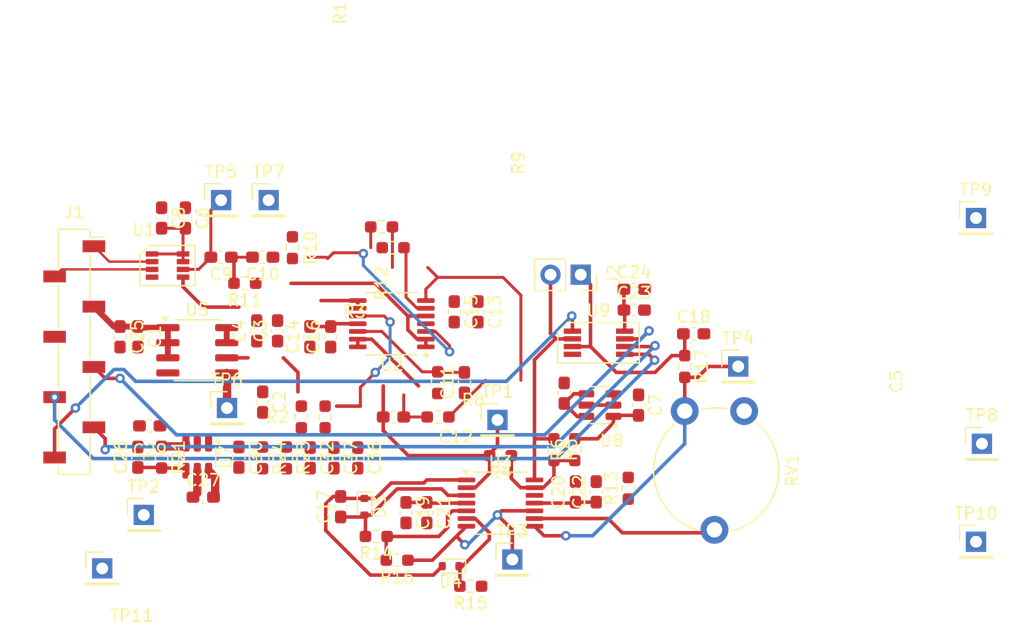
<source format=kicad_pcb>
(kicad_pcb (version 20241229) (generator "pcbnew") (generator_version "9.0")
  (layers (0 "F.Cu" signal) (4 "In1.Cu" signal) (6 "In2.Cu" signal) (2 "B.Cu" signal) (13 "F.Paste" user) (15 "B.Paste" user) (5 "F.SilkS" user "F.Silkscreen") (7 "B.SilkS" user "B.Silkscreen") (1 "F.Mask" user) (3 "B.Mask" user) (25 "Edge.Cuts" user))
  (net 0 "")
  (net 1 "Earth")
  (net 2 "Net-(U5-Cdelay)")
  (net 3 "+3.3V")
  (net 4 "Net-(C10-Pad2)")
  (net 5 "Net-(C9-Pad2)")
  (net 6 "Net-(U8-OUT)")
  (net 7 "Net-(U2A-+)")
  (net 8 "Net-(U2D-+)")
  (net 9 "Net-(C12-Pad1)")
  (net 10 "/EMG_FrontEnd/LP_OUT")
  (net 11 "-3V3")
  (net 12 "Net-(D3-A)")
  (net 13 "/Power/Vin+")
  (net 14 "Net-(D3-K)")
  (net 15 "/EMG_ADC/AdcCh1")
  (net 16 "Net-(U7-EN)")
  (net 17 "Net-(U7-C1+)")
  (net 18 "Net-(U7-C1-)")
  (net 19 "Net-(D4-K)")
  (net 20 "/SPI_CLK")
  (net 21 "/SPI_CS")
  (net 22 "/SPI_DOUT")
  (net 23 "/EMG_FrontEnd/Electrode-")
  (net 24 "/EMG_FrontEnd/Electrode+")
  (net 25 "/SPI_DIN")
  (net 26 "/EMG_ADC/AdcCh0")
  (net 27 "Net-(U2B--)")
  (net 28 "Net-(R1-Pad2)")
  (net 29 "Net-(U2C-+)")
  (net 30 "Net-(U3D--)")
  (net 31 "Net-(U2A--)")
  (net 32 "Net-(U3C--)")
  (net 33 "Net-(U3B-+)")
  (net 34 "Net-(U3C-+)")
  (net 35 "Net-(U5-PWRGD)")
  (net 36 "Net-(U1-Ref)")
  (net 38 "Net-(R17-Pad2)")
  (footprint "Package_SO:TSSOP-14_4.4x5mm_P0.65mm" (layer "F.Cu") (at 135.5 110.5)
    (property "Reference" "U3")
    (property "Value" "ADA4807-4ARUZ")
  )
  (footprint "Capacitor_SMD:C_0603_1608Metric_Pad1.08x0.95mm_HandSolder" (layer "F.Cu") (at 115 96 90)
    (property "Reference" "C4")
    (property "Value" "1uF")
  )
  (footprint "Resistor_SMD:R_0603_1608Metric_Pad0.98x0.95mm_HandSolder" (layer "F.Cu") (at 126.80625 115.30625 180)
    (property "Reference" "R16")
    (property "Value" "1K")
  )
  (footprint "Capacitor_SMD:C_0603_1608Metric_Pad1.08x0.95mm_HandSolder" (layer "F.Cu") (at 131.6125 94.4 -90)
    (property "Reference" "C15")
    (property "Value" "0.1uF")
  )
  (footprint "Capacitor_SMD:C_0603_1608Metric_Pad1.08x0.95mm_HandSolder" (layer "F.Cu") (at 105 106.6375 90)
    (property "Reference" "C26")
    (property "Value" "2.2uF")
  )
  (footprint "Capacitor_SMD:C_0603_1608Metric_Pad1.08x0.95mm_HandSolder" (layer "F.Cu") (at 106 104 180)
    (property "Reference" "C29")
    (property "Value" "2.2uF")
  )
  (footprint "Diode_SMD:D_SOD-523" (layer "F.Cu") (at 131.30625 115.80625 180)
    (property "Reference" "D4")
    (property "Value" "1N4148WT")
  )
  (footprint "Connector_PinHeader_2.54mm:PinHeader_1x01_P2.54mm_Vertical" (layer "F.Cu") (at 112.5 102.5)
    (property "Reference" "TP6")
    (property "Value" "TestPoint")
  )
  (footprint "Capacitor_SMD:C_0603_1608Metric_Pad1.08x0.95mm_HandSolder" (layer "F.Cu") (at 113.5 106.6375 -90)
    (property "Reference" "C30")
    (property "Value" "2.2uF")
  )
  (footprint "Resistor_SMD:R_0603_1608Metric_Pad0.98x0.95mm_HandSolder" (layer "F.Cu") (at 107 106.6375 -90)
    (property "Reference" "R21")
    (property "Value" "10K")
  )
  (footprint "Wills_FootprintLibrary:SOT-23-THIN" (layer "F.Cu") (at 107.5 90.5)
    (property "Reference" "U1")
    (property "Value" "INA350")
  )
  (footprint "Package_SO:TSSOP-14_4.4x5mm_P0.65mm" (layer "F.Cu") (at 126.3625 95.4 180)
    (property "Reference" "U2")
    (property "Value" "ADA4807-4ARUZ")
  )
  (footprint "Resistor_SMD:R_0603_1608Metric_Pad0.98x0.95mm_HandSolder" (layer "F.Cu") (at 114 92 180)
    (property "Reference" "R11")
    (property "Value" "11k")
  )
  (footprint "Capacitor_SMD:C_0603_1608Metric_Pad1.08x0.95mm_HandSolder" (layer "F.Cu") (at 119.5 106.69375 -90)
    (property "Reference" "C32")
    (property "Value" "33u")
  )
  (footprint "Resistor_SMD:R_0603_1608Metric_Pad0.98x0.95mm_HandSolder" (layer "F.Cu") (at 135.5 106.5 180)
    (property "Reference" "R4")
    (property "Value" "10k")
  )
  (footprint "Diode_SMD:D_SOD-523" (layer "F.Cu") (at 124.05625 110.80625 -90)
    (property "Reference" "D3")
    (property "Value" "1N4148WT")
  )
  (footprint "Connector_PinHeader_2.54mm:PinHeader_1x01_P2.54mm_Vertical" (layer "F.Cu") (at 136.5 115.25)
    (property "Reference" "TP3")
    (property "Value" "TestPoint")
  )
  (footprint "Capacitor_SMD:C_0603_1608Metric_Pad1.08x0.95mm_HandSolder" (layer "F.Cu") (at 103.5 96.5 -90)
    (property "Reference" "C25")
    (property "Value" "1uF")
  )
  (footprint "Connector_PinHeader_2.54mm:PinHeader_1x01_P2.54mm_Vertical" (layer "F.Cu") (at 135.25 103.5)
    (property "Reference" "TP1")
    (property "Value" "TestPoint")
  )
  (footprint "Resistor_SMD:R_0603_1608Metric_Pad0.98x0.95mm_HandSolder" (layer "F.Cu") (at 146.25 109.25 90)
    (property "Reference" "R13")
    (property "Value" "1K")
  )
  (footprint "Connector_PinHeader_2.54mm:PinHeader_1x01_P2.54mm_Vertical" (layer "F.Cu") (at 105.5 111.5)
    (property "Reference" "TP2")
    (property "Value" "TestPoint")
  )
  (footprint "Resistor_SMD:R_0603_1608Metric_Pad0.98x0.95mm_HandSolder" (layer "F.Cu") (at 151 99 -90)
    (property "Reference" "R17")
    (property "Value" "72.5K")
  )
  (footprint "Capacitor_SMD:C_0603_1608Metric_Pad1.08x0.95mm_HandSolder" (layer "F.Cu") (at 151.75 96.25)
    (property "Reference" "C18")
    (property "Value" "2.2uF")
  )
  (footprint "Capacitor_SMD:C_0603_1608Metric_Pad1.08x0.95mm_HandSolder" (layer "F.Cu") (at 115.5 89.8 180)
    (property "Reference" "C10")
    (property "Value" "1u")
  )
  (footprint "Connector_PinSocket_2.54mm:PinSocket_1x02_P2.54mm_Vertical" (layer "F.Cu") (at 142.25 91.275 -90)
    (property "Reference" "J2")
    (property "Value" "2.54 mm header")
  )
  (footprint "Connector_PinHeader_2.54mm:PinHeader_1x01_P2.54mm_Vertical" (layer "F.Cu") (at 175.5 113.75)
    (property "Reference" "TP10")
    (property "Value" "TestPoint")
  )
  (footprint "Connector_PinSocket_2.54mm:PinSocket_1x08_P2.54mm_Vertical_SMD_Pin1Right" (layer "F.Cu") (at 99.65 97.77)
    (property "Reference" "J1")
    (property "Value" "Conn_01x08_Pin")
  )
  (footprint "Capacitor_SMD:C_0603_1608Metric_Pad1.08x0.95mm_HandSolder" (layer "F.Cu") (at 115.5 102 -90)
    (property "Reference" "C2")
    (property "Value" "1 nF")
  )
  (footprint "Resistor_SMD:R_0603_1608Metric_Pad0.98x0.95mm_HandSolder" (layer "F.Cu") (at 125.5 87.25)
    (property "Reference" "R1")
    (property "Value" "190k")
  )
  (footprint "Capacitor_SMD:C_0603_1608Metric_Pad1.08x0.95mm_HandSolder" (layer "F.Cu") (at 132.46875 100.3625 90)
    (property "Reference" "C11")
    (property "Value" "0.0047u")
  )
  (footprint "Capacitor_SMD:C_0603_1608Metric_Pad1.08x0.95mm_HandSolder" (layer "F.Cu") (at 121.21875 96.5 90)
    (property "Reference" "C16")
    (property "Value" "0.1uF")
  )
  (footprint "Resistor_SMD:R_0603_1608Metric_Pad0.98x0.95mm_HandSolder" (layer "F.Cu") (at 120.75 103.25 -90)
    (property "Reference" "R3")
    (property "Value" "2k")
  )
  (footprint "Capacitor_SMD:C_0603_1608Metric_Pad1.08x0.95mm_HandSolder" (layer "F.Cu") (at 143.55625 109.55625 90)
    (property "Reference" "C22")
    (property "Value" "0.1uF")
  )
  (footprint "Capacitor_SMD:C_0603_1608Metric_Pad1.08x0.95mm_HandSolder" (layer "F.Cu") (at 146.75 94.25)
    (property "Reference" "C23")
    (property "Value" "4.7uF")
  )
  (footprint "Resistor_SMD:R_0603_1608Metric_Pad0.98x0.95mm_HandSolder" (layer "F.Cu") (at 130.21875 100.3625 -90)
    (property "Reference" "R9")
    (property "Value" "36k")
  )
  (footprint "Capacitor_SMD:C_0603_1608Metric_Pad1.08x0.95mm_HandSolder" (layer "F.Cu") (at 147.1125 102.25 -90)
    (property "Reference" "C7")
    (property "Value" "4.7uF")
  )
  (footprint "Connector_PinHeader_2.54mm:PinHeader_1x01_P2.54mm_Vertical" (layer "F.Cu") (at 175.5 86.5)
    (property "Reference" "TP9")
    (property "Value" "TestPoint")
  )
  (footprint "Connector_PinHeader_2.54mm:PinHeader_1x01_P2.54mm_Vertical" (layer "F.Cu") (at 155.5 99)
    (property "Reference" "TP4")
    (property "Value" "TestPoint")
  )
  (footprint "Resistor_SMD:R_0603_1608Metric_Pad0.98x0.95mm_HandSolder" (layer "F.Cu") (at 115.5 106.69375 -90)
    (property "Reference" "R24")
    (property "Value" "200")
  )
  (footprint "Resistor_SMD:R_0603_1608Metric_Pad0.98x0.95mm_HandSolder" (layer "F.Cu") (at 133 117.5 180)
    (property "Reference" "R15")
    (property "Value" "1K")
  )
  (footprint "Resistor_SMD:R_0603_1608Metric_Pad0.98x0.95mm_HandSolder" (layer "F.Cu") (at 140 106 -90)
    (property "Reference" "R5")
    (property "Value" "10k")
  )
  (footprint "Package_TO_SOT_SMD:SOT-23-6" (layer "F.Cu") (at 110 106.6375 -90)
    (property "Reference" "U7")
    (property "Value" "LM2776")
  )
  (footprint "Capacitor_SMD:C_0603_1608Metric_Pad1.08x0.95mm_HandSolder" (layer "F.Cu") (at 109 86.5 -90)
    (property "Reference" "C6")
    (property "Value" "4.7uF")
  )
  (footprint "Resistor_SMD:R_0603_1608Metric_Pad0.98x0.95mm_HandSolder" (layer "F.Cu") (at 125.05625 113.30625 180)
    (property "Reference" "R14")
    (property "Value" "1K")
  )
  (footprint "Capacitor_SMD:C_0603_1608Metric_Pad1.08x0.95mm_HandSolder" (layer "F.Cu") (at 121.5 106.69375 -90)
    (property "Reference" "C37")
    (property "Value" "33u")
  )
  (footprint "Package_TO_SOT_SMD:SOT-23-6" (layer "F.Cu") (at 143.8625 102.25 180)
    (property "Reference" "U8")
    (property "Value" "MCP1501-18xCH")
  )
  (footprint "Connector_PinHeader_2.54mm:PinHeader_1x01_P2.54mm_Vertical" (layer "F.Cu") (at 112 85)
    (property "Reference" "TP5")
    (property "Value" "TestPoint")
  )
  (footprint "Capacitor_SMD:C_0603_1608Metric_Pad1.08x0.95mm_HandSolder" (layer "F.Cu") (at 129.30625 111.30625 -90)
    (property "Reference" "C21")
    (property "Value" "0.1uF")
  )
  (footprint "Connector_PinHeader_2.54mm:PinHeader_1x01_P2.54mm_Vertical" (layer "F.Cu") (at 116 85)
    (property "Reference" "TP7")
    (property "Value" "TestPoint")
  )
  (footprint "Capacitor_SMD:C_0603_1608Metric_Pad1.08x0.95mm_HandSolder" (layer "F.Cu") (at 107 86.5 -90)
    (property "Reference" "C8")
    (property "Value" "0.1uF")
  )
  (footprint "Capacitor_SMD:C_0603_1608Metric_Pad1.08x0.95mm_HandSolder" (layer "F.Cu") (at 112 89.8 180)
    (property "Reference" "C9")
    (property "Value" "1u")
  )
  (footprint "Capacitor_SMD:C_0603_1608Metric_Pad1.08x0.95mm_HandSolder" (layer "F.Cu") (at 146.75 92.5)
    (property "Reference" "C24")
    (property "Value" "0.1uF")
  )
  (footprint "Resistor_SMD:R_0603_1608Metric_Pad0.98x0.95mm_HandSolder" (layer "F.Cu") (at 126.46875 89 180)
    (property "Reference" "R12")
    (property "Value" "10k")
  )
  (footprint "Capacitor_SMD:C_0603_1608Metric_Pad1.08x0.95mm_HandSolder" (layer "F.Cu") (at 123.5 106.69375 -90)
    (property "Reference" "C36")
    (property "Value" "33u")
  )
  (footprint "Capacitor_SMD:C_0603_1608Metric_Pad1.08x0.95mm_HandSolder" (layer "F.Cu") (at 133.6125 94.4 -90)
    (property "Reference" "C13")
    (property "Value" "4.7uF")
  )
  (footprint "Capacitor_SMD:C_0603_1608Metric_Pad1.08x0.95mm_HandSolder" (layer "F.Cu") (at 105 96.5 -90)
    (property "Reference" "C1")
    (property "Value" "1uF")
  )
  (footprint "Capacitor_SMD:C_0603_1608Metric_Pad1.08x0.95mm_HandSolder" (layer "F.Cu") (at 122.05625 110.80625 90)
    (property "Reference" "C17")
    (property "Value" "47pF")
  )
  (footprint "Potentiometer_THT:Potentiometer_Piher_PT-10-V10_Vertical" (layer "F.Cu") (at 151 102.75 -90)
    (property "Reference" "RV1")
    (property "Value" "R_Potentiometer")
  )
  (footprint "Resistor_SMD:R_0603_1608Metric_Pad0.98x0.95mm_HandSolder" (layer "F.Cu") (at 130.25 103.25)
    (property "Reference" "R8")
    (property "Value" "56k")
  )
  (footprint "Connector_PinHeader_2.54mm:PinHeader_1x01_P2.54mm_Vertical" (layer "F.Cu") (at 102 116)
    (property "Reference" "TP11")
    (property "Value" "TestPoint")
  )
  (footprint "Resistor_SMD:R_0603_1608Metric_Pad0.98x0.95mm_HandSolder" (layer "F.Cu") (at 117.5 106.69375 -90)
    (property "Reference" "R25")
    (property "Value" "200")
  )
  (footprint "Wills_FootprintLibrary:8-MSOP" (layer "F.Cu") (at 143.75 97)
    (property "Reference" "U9")
    (property "Value" "MCP3202")
  )
  (footprint "Capacitor_SMD:C_0603_1608Metric_Pad1.08x0.95mm_HandSolder" (layer "F.Cu") (at 141.80625 109.55625 90)
    (property "Reference" "C20")
    (property "Value" "4.7uF")
  )
  (footprint "Resistor_SMD:R_0603_1608Metric_Pad0.98x0.95mm_HandSolder" (layer "F.Cu") (at 118.75 103.25 90)
    (property "Reference" "R2")
    (property "Value" "10k")
  )
  (footprint "Capacitor_SMD:C_0603_1608Metric_Pad1.08x0.95mm_HandSolder" (layer "F.Cu") (at 140.8625 101.25 -90)
    (property "Reference" "C5")
    (property "Value" "4.7uF")
  )
  (footprint "Package_SO:SOIC-8_3.9x4.9mm_P1.27mm" (layer "F.Cu") (at 110 97.635)
    (property "Reference" "U5")
    (property "Value" "MCP1727-3302xSN")
  )
  (footprint "Capacitor_SMD:C_0603_1608Metric_Pad1.08x0.95mm_HandSolder" (layer "F.Cu") (at 127.55625 111.30625 -90)
    (property "Reference" "C19")
    (property "Value" "4.7uF")
  )
  (footprint "Connector_PinHeader_2.54mm:PinHeader_1x01_P2.54mm_Vertical" (layer "F.Cu") (at 176 105.5)
    (property "Reference" "TP8")
    (property "Value" "TestPoint")
  )
  (footprint "Capacitor_SMD:C_0603_1608Metric_Pad1.08x0.95mm_HandSolder" (layer "F.Cu") (at 116.75 96 90)
    (property "Reference" "C3")
    (property "Value" "1uF")
  )
  (footprint "Resistor_SMD:R_0603_1608Metric_Pad0.98x0.95mm_HandSolder" (layer "F.Cu") (at 118 89 90)
    (property "Reference" "R10")
    (property "Value" "22k")
  )
  (footprint "Capacitor_SMD:C_0603_1608Metric_Pad1.08x0.95mm_HandSolder" (layer "F.Cu") (at 119.46875 96.5 90)
    (property "Reference" "C14")
    (property "Value" "4.7uF")
  )
  (footprint "Capacitor_SMD:C_0603_1608Metric_Pad1.08x0.95mm_HandSolder" (layer "F.Cu") (at 126.5 103.25 180)
    (property "Reference" "C12")
    (property "Value" "0.01u")
  )
  (footprint "Resistor_SMD:R_0603_1608Metric_Pad0.98x0.95mm_HandSolder" (layer "F.Cu") (at 141.75 106 90)
    (property "Reference" "R6")
    (property "Value" "10k")
  )
  (footprint "Capacitor_SMD:C_0603_1608Metric_Pad1.08x0.95mm_HandSolder" (layer "F.Cu") (at 110.5 110)
    (property "Reference" "C27")
    (property "Value" "1uF")
  )
  (segment (start 145 102.25) (end 145 101.3) (width 0.3) (layer "F.Cu") (net 1))
  (segment (start 142.725 102.25) (end 145 102.25) (width 0.3) (layer "F.Cu") (net 1))
  (segment (start 114.27 98.27) (end 112.475 98.27) (width 0.3) (layer "F.Cu") (net 2))
  (segment (start 118.46875 101.1375) (end 118.46875 99.5) (width 0.3) (layer "F.Cu") (net 2))
  (segment (start 118.46875 99.5) (end 117.23875 98.27) (width 0.3) (layer "F.Cu") (net 2))
  (segment (start 112.475 97) (end 112.475 95.73) (width 0.5) (layer "F.Cu") (net 3))
  (segment (start 108.825 105.725) (end 109.05 105.5) (width 0.7) (layer "F.Cu") (net 3))
  (segment (start 132.6375 110.5) (end 129.3625 110.5) (width 0.3) (layer "F.Cu") (net 3))
  (segment (start 140.8625 102.1125) (end 141.95 103.2) (width 0.3) (layer "F.Cu") (net 3))
  (segment (start 107 105.725) (end 108.825 105.725) (width 0.7) (layer "F.Cu") (net 3))
  (segment (start 141.675 101.3) (end 140.8625 102.1125) (width 0.3) (layer "F.Cu") (net 3))
  (segment (start 141.95 103.2) (end 142.725 103.2) (width 0.3) (layer "F.Cu") (net 3))
  (segment (start 108.8 87.5625) (end 109 87.3625) (width 0.25) (layer "F.Cu") (net 3))
  (segment (start 108.8 90.175) (end 108.8 89.525) (width 0.25) (layer "F.Cu") (net 3))
  (segment (start 145.95 96.025) (end 145.95 94.3125) (width 0.3) (layer "F.Cu") (net 3))
  (segment (start 145.95 94.3125) (end 145.8875 94.25) (width 0.3) (layer "F.Cu") (net 3))
  (segment (start 106.2 89.525) (end 108.8 89.525) (width 0.25) (layer "F.Cu") (net 3))
  (segment (start 109 87.3625) (end 107 87.3625) (width 0.25) (layer "F.Cu") (net 3))
  (segment (start 145.8875 94.25) (end 145.8875 92.5) (width 0.3) (layer "F.Cu") (net 3))
  (segment (start 129.3625 110.5) (end 129.30625 110.44375) (width 0.3) (layer "F.Cu") (net 3))
  (segment (start 142.725 101.3) (end 141.675 101.3) (width 0.3) (layer "F.Cu") (net 3))
  (segment (start 129.30625 110.44375) (end 127.55625 110.44375) (width 0.3) (layer "F.Cu") (net 3))
  (segment (start 108.8 89.525) (end 108.8 87.5625) (width 0.25) (layer "F.Cu") (net 3))
  (segment (start 113.0875 90.025) (end 112.8625 89.8) (width 0.3) (layer "F.Cu") (net 4))
  (segment (start 113.0875 92) (end 113.0875 90.025) (width 0.3) (layer "F.Cu") (net 4))
  (segment (start 114.6375 89.8) (end 112.8625 89.8) (width 0.25) (layer "F.Cu") (net 4))
  (segment (start 110.1125 90.825) (end 111.1375 89.8) (width 0.25) (layer "F.Cu") (net 5))
  (segment (start 108.8 90.825) (end 110.1125 90.825) (width 0.25) (layer "F.Cu") (net 5))
  (segment (start 111.1375 89.8) (end 111.1375 85.8625) (width 0.25) (layer "F.Cu") (net 5))
  (segment (start 111.1375 85.8625) (end 112 85) (width 0.25) (layer "F.Cu") (net 5))
  (segment (start 147.1125 103.1125) (end 145.0875 103.1125) (width 0.3) (layer "F.Cu") (net 6))
  (segment (start 141.75 105.0875) (end 143.6625 105.0875) (width 0.3) (layer "F.Cu") (net 6))
  (segment (start 145.0875 103.1125) (end 145 103.2) (width 0.3) (layer "F.Cu") (net 6))
  (segment (start 145 103.75) (end 145 103.2) (width 0.3) (layer "F.Cu") (net 6))
  (segment (start 143.6625 105.0875) (end 145 103.75) (width 0.3) (layer "F.Cu") (net 6))
  (segment (start 131.21875 97.25) (end 131.21875 97.75) (width 0.25) (layer "F.Cu") (net 7))
  (segment (start 129.225 96.05) (end 130.01875 96.05) (width 0.25) (layer "F.Cu") (net 7))
  (segment (start 130.01875 96.05) (end 131.21875 97.25) (width 0.25) (layer "F.Cu") (net 7))
  (segment (start 123.89275 89.424) (end 121.45725 89.424) (width 0.25) (layer "F.Cu") (net 7))
  (segment (start 121.45725 89.424) (end 120.96875 89.9125) (width 0.25) (layer "F.Cu") (net 7))
  (segment (start 119.33125 89.8) (end 120.85625 89.8) (width 0.25) (layer "F.Cu") (net 7))
  (segment (start 120.85625 89.8) (end 120.96875 89.9125) (width 0.25) (layer "F.Cu") (net 7))
  (segment (start 123.96875 89.5) (end 123.89275 89.424) (width 0.25) (layer "F.Cu") (net 7))
  (via (at 131.21875 97.75) (size 0.8) (drill 0.4) (layers "F.Cu" "B.Cu") (net 7))
  (via (at 123.96875 89.5) (size 0.8) (drill 0.4) (layers "F.Cu" "B.Cu") (net 7))
  (segment (start 131.21875 97.75) (end 123.96875 90.5) (width 0.25) (layer "B.Cu") (net 7))
  (segment (start 123.96875 90.5) (end 123.96875 89.5) (width 0.25) (layer "B.Cu") (net 7))
  (segment (start 125.51875 96.05) (end 128.91875 99.45) (width 0.25) (layer "F.Cu") (net 8))
  (segment (start 125.51875 96.05) (end 123.5 96.05) (width 0.25) (layer "F.Cu") (net 8))
  (segment (start 130.26875 99.5) (end 130.21875 99.45) (width 0.25) (layer "F.Cu") (net 8))
  (segment (start 128.91875 99.45) (end 130.21875 99.45) (width 0.25) (layer "F.Cu") (net 8))
  (segment (start 132.46875 99.5) (end 130.26875 99.5) (width 0.25) (layer "F.Cu") (net 8))
  (segment (start 130.33125 101.3875) (end 130.21875 101.275) (width 0.25) (layer "F.Cu") (net 9))
  (segment (start 129.3375 103.25) (end 127.3625 103.25) (width 0.25) (layer "F.Cu") (net 9))
  (segment (start 127.3625 103.25) (end 127.3625 101.3875) (width 0.25) (layer "F.Cu") (net 9))
  (segment (start 125.6375 100.6375) (end 125.6375 103.25) (width 0.3) (layer "F.Cu") (net 10))
  (segment (start 134.5875 106.5) (end 127.75 106.5) (width 0.3) (layer "F.Cu") (net 10))
  (segment (start 134.5875 106.5) (end 134.5875 106.3375) (width 0.3) (layer "F.Cu") (net 10))
  (segment (start 133.374999 109.2) (end 132.6375 109.2) (width 0.3) (layer "F.Cu") (net 10))
  (segment (start 123.5 96.7) (end 124.66875 96.7) (width 0.3) (layer "F.Cu") (net 10))
  (segment (start 134.5875 106.5) (end 134.5875 107.987499) (width 0.3) (layer "F.Cu") (net 10))
  (segment (start 134.5875 107.987499) (end 133.374999 109.2) (width 0.3) (layer "F.Cu") (net 10))
  (segment (start 134.5875 106.3375) (end 135.25 105.675) (width 0.3) (layer "F.Cu") (net 10))
  (segment (start 125.6375 104.3875) (end 125.6375 103.25) (width 0.3) (layer "F.Cu") (net 10))
  (segment (start 127.75 106.5) (end 125.6375 104.3875) (width 0.3) (layer "F.Cu") (net 10))
  (segment (start 124.66875 96.7) (end 128.60625 100.6375) (width 0.3) (layer "F.Cu") (net 10))
  (segment (start 135.25 105.675) (end 135.25 103.5) (width 0.3) (layer "F.Cu") (net 10))
  (segment (start 123.5 96.7) (end 123.5 97.35) (width 0.3) (layer "F.Cu") (net 10))
  (segment (start 141.725 110.5) (end 141.80625 110.41875) (width 0.3) (layer "F.Cu") (net 11))
  (segment (start 121.21875 95.6375) (end 119.46875 95.6375) (width 0.3) (layer "F.Cu") (net 11))
  (segment (start 138.3625 110.5) (end 141.725 110.5) (width 0.3) (layer "F.Cu") (net 11))
  (segment (start 121.45625 95.4) (end 121.21875 95.6375) (width 0.3) (layer "F.Cu") (net 11))
  (segment (start 123.5 95.4) (end 121.45625 95.4) (width 0.3) (layer "F.Cu") (net 11))
  (segment (start 141.80625 110.41875) (end 143.55625 110.41875) (width 0.3) (layer "F.Cu") (net 11))
  (segment (start 123.89375 111.66875) (end 124.05625 111.50625) (width 0.3) (layer "F.Cu") (net 12))
  (segment (start 124.14375 111.59375) (end 124.05625 111.50625) (width 0.3) (layer "F.Cu") (net 12))
  (segment (start 132.6375 109.85) (end 131.1 109.85) (width 0.3) (layer "F.Cu") (net 12))
  (segment (start 122.05625 111.66875) (end 123.89375 111.66875) (width 0.3) (layer "F.Cu") (net 12))
  (segment (start 126.80625 109.30625) (end 124.60625 111.50625) (width 0.3) (layer "F.Cu") (net 12))
  (segment (start 130.55625 109.30625) (end 126.80625 109.30625) (width 0.3) (layer "F.Cu") (net 12))
  (segment (start 124.14375 113.30625) (end 124.14375 111.59375) (width 0.3) (layer "F.Cu") (net 12))
  (segment (start 131.1 109.85) (end 130.55625 109.30625) (width 0.3) (layer "F.Cu") (net 12))
  (segment (start 124.60625 111.50625) (end 124.05625 111.50625) (width 0.3) (layer "F.Cu") (net 12))
  (segment (start 107.525 95.73) (end 105.0925 95.73) (width 0.5) (layer "F.Cu") (net 13))
  (segment (start 107.525 98.27) (end 107.525 97) (width 0.5) (layer "F.Cu") (net 13))
  (segment (start 102.9775 95.6375) (end 101.3 93.96) (width 0.5) (layer "F.Cu") (net 13))
  (segment (start 105 95.6375) (end 103.5 95.6375) (width 0.5) (layer "F.Cu") (net 13))
  (segment (start 105.0925 95.73) (end 105 95.6375) (width 0.5) (layer "F.Cu") (net 13))
  (segment (start 107.525 97) (end 107.525 95.73) (width 0.5) (layer "F.Cu") (net 13))
  (segment (start 103.5 95.6375) (end 102.9775 95.6375) (width 0.5) (layer "F.Cu") (net 13))
  (segment (start 121.41875 109.94375) (end 122.05625 109.94375) (width 0.3) (layer "F.Cu") (net 14))
  (segment (start 130.60625 115.80625) (end 129.85625 116.55625) (width 0.3) (layer "F.Cu") (net 14))
  (segment (start 129.3125 108.55) (end 129.05625 108.80625) (width 0.3) (layer "F.Cu") (net 14))
  (segment (start 120.80625 110.55625) (end 121.41875 109.94375) (width 0.3) (layer "F.Cu") (net 14))
  (segment (start 126.30625 108.80625) (end 125.00625 110.10625) (width 0.3) (layer "F.Cu") (net 14))
  (segment (start 120.80625 112.80625) (end 120.80625 110.55625) (width 0.3) (layer "F.Cu") (net 14))
  (segment (start 132.6375 108.55) (end 129.3125 108.55) (width 0.3) (layer "F.Cu") (net 14))
  (segment (start 129.05625 108.80625) (end 126.30625 108.80625) (width 0.3) (layer "F.Cu") (net 14))
  (segment (start 122.21875 110.10625) (end 122.05625 109.94375) (width 0.3) (layer "F.Cu") (net 14))
  (segment (start 124.55625 116.55625) (end 120.80625 112.80625) (width 0.3) (layer "F.Cu") (net 14))
  (segment (start 124.05625 110.10625) (end 122.21875 110.10625) (width 0.3) (layer "F.Cu") (net 14))
  (segment (start 129.85625 116.55625) (end 124.55625 116.55625) (width 0.3) (layer "F.Cu") (net 14))
  (segment (start 125.00625 110.10625) (end 124.05625 110.10625) (width 0.3) (layer "F.Cu") (net 14))
  (segment (start 151 98.0875) (end 151 96.3625) (width 0.3) (layer "F.Cu") (net 15))
  (segment (start 148.5 99.5) (end 145.25 99.5) (width 0.3) (layer "F.Cu") (net 15))
  (segment (start 145.25 99.5) (end 143.075 97.325) (width 0.3) (layer "F.Cu") (net 15))
  (segment (start 149.9125 98.0875) (end 148.5 99.5) (width 0.3) (layer "F.Cu") (net 15))
  (segment (start 151 96.3625) (end 150.8875 96.25) (width 0.3) (layer "F.Cu") (net 15))
  (segment (start 143.075 97.325) (end 141.55 97.325) (width 0.3) (layer "F.Cu") (net 15))
  (segment (start 143.075 97.325) (end 143.075 92.1) (width 0.3) (layer "F.Cu") (net 15))
  (segment (start 151 98.0875) (end 149.9125 98.0875) (width 0.3) (layer "F.Cu") (net 15))
  (segment (start 143.075 92.1) (end 142.25 91.275) (width 0.3) (layer "F.Cu") (net 15))
  (segment (start 105 107.5) (end 106.95 107.5) (width 0.3) (layer "F.Cu") (net 16))
  (segment (start 107 107.55) (end 108.825 107.55) (width 0.3) (layer "F.Cu") (net 16))
  (segment (start 108.825 107.55) (end 109.05 107.775) (width 0.3) (layer "F.Cu") (net 16))
  (segment (start 106.95 107.5) (end 107 107.55) (width 0.3) (layer "F.Cu") (net 16))
  (segment (start 110 109.6375) (end 110 107.775) (width 0.7) (layer "F.Cu") (net 17))
  (segment (start 109.6375 110) (end 110 109.6375) (width 0.7) (layer "F.Cu") (net 17))
  (segment (start 111.5 109.8625) (end 111.3625 110) (width 0.7) (layer "F.Cu") (net 18))
  (segment (start 110.95 107.775) (end 111.5 108.325) (width 0.7) (layer "F.Cu") (net 18))
  (segment (start 111.5 108.325) (end 111.5 109.8625) (width 0.7) (layer "F.Cu") (net 18))
  (segment (start 132.0875 115.8875) (end 132.00625 115.80625) (width 0.3) (layer "F.Cu") (net 19))
  (segment (start 134.55625 113.55625) (end 132.306249 115.80625) (width 0.3) (layer "F.Cu") (net 19))
  (segment (start 132.6375 111.8) (end 133.374999 111.8) (width 0.3) (layer "F.Cu") (net 19))
  (segment (start 133.374999 111.8) (end 134.55625 112.981251) (width 0.3) (layer "F.Cu") (net 19))
  (segment (start 132.0875 117.5) (end 132.0875 115.8875) (width 0.3) (layer "F.Cu") (net 19))
  (segment (start 132.306249 115.80625) (end 132.00625 115.80625) (width 0.3) (layer "F.Cu") (net 19))
  (segment (start 134.55625 112.981251) (end 134.55625 113.55625) (width 0.3) (layer "F.Cu") (net 19))
  (segment (start 145.95 96.675) (end 147.325 96.675) (width 0.3) (layer "F.Cu") (net 20))
  (segment (start 147.325 96.675) (end 148 96) (width 0.3) (layer "F.Cu") (net 20))
  (segment (start 102.26 100) (end 101.3 99.04) (width 0.3) (layer "F.Cu") (net 20))
  (segment (start 103.5 100) (end 102.26 100) (width 0.3) (layer "F.Cu") (net 20))
  (via (at 103.5 100) (size 0.8) (drill 0.4) (layers "F.Cu" "B.Cu") (net 20))
  (via (at 148 96) (size 0.8) (drill 0.4) (layers "F.Cu" "B.Cu") (net 20))
  (segment (start 148 96) (end 139.25 104.75) (width 0.3) (layer "B.Cu") (net 20))
  (segment (start 104.25 100.75) (end 103.5 100) (width 0.3) (layer "B.Cu") (net 20))
  (segment (start 108.25 104.75) (end 104.25 100.75) (width 0.3) (layer "B.Cu") (net 20))
  (segment (start 139.25 104.75) (end 108.25 104.75) (width 0.3) (layer "B.Cu") (net 20))
  (segment (start 141.55 96.025) (end 141.55 94.8) (width 0.3) (layer "F.Cu") (net 21))
  (segment (start 99.75 102.5) (end 98 104.25) (width 0.3) (layer "F.Cu") (net 21))
  (segment (start 98 104.25) (end 98 106.66) (width 0.3) (layer "F.Cu") (net 21))
  (segment (start 141.55 94.8) (end 141.5 94.75) (width 0.3) (layer "F.Cu") (net 21))
  (via (at 141.5 94.75) (size 0.8) (drill 0.4) (layers "F.Cu" "B.Cu") (net 21))
  (via (at 99.75 102.5) (size 0.8) (drill 0.4) (layers "F.Cu" "B.Cu") (net 21))
  (segment (start 104.813075 100.251) (end 103.811075 99.249) (width 0.3) (layer "B.Cu") (net 21))
  (segment (start 103.001 99.249) (end 99.75 102.5) (width 0.3) (layer "B.Cu") (net 21))
  (segment (start 135.999 100.251) (end 104.813075 100.251) (width 0.3) (layer "B.Cu") (net 21))
  (segment (start 103.811075 99.249) (end 103.001 99.249) (width 0.3) (layer "B.Cu") (net 21))
  (segment (start 141.5 94.75) (end 135.999 100.251) (width 0.3) (layer "B.Cu") (net 21))
  (segment (start 148.425 97.325) (end 148.5 97.25) (width 0.3) (layer "F.Cu") (net 22))
  (segment (start 145.95 97.325) (end 148.425 97.325) (width 0.3) (layer "F.Cu") (net 22))
  (segment (start 102.25 105.07) (end 101.3 104.12) (width 0.3) (layer "F.Cu") (net 22))
  (segment (start 102.25 106) (end 102.25 105.07) (width 0.3) (layer "F.Cu") (net 22))
  (via (at 102.25 106) (size 0.8) (drill 0.4) (layers "F.Cu" "B.Cu") (net 22))
  (via (at 148.5 97.25) (size 0.8) (drill 0.4) (layers "F.Cu" "B.Cu") (net 22))
  (segment (start 148.5 97.25) (end 140 105.75) (width 0.3) (layer "B.Cu") (net 22))
  (segment (start 137.75 105.75) (end 102.5 105.75) (width 0.3) (layer "B.Cu") (net 22))
  (segment (start 140 105.75) (end 137.75 105.75) (width 0.3) (layer "B.Cu") (net 22))
  (segment (start 102.5 105.75) (end 102.25 106) (width 0.3) (layer "B.Cu") (net 22))
  (segment (start 102.595 90.175) (end 106.2 90.175) (width 0.2) (layer "F.Cu") (net 23))
  (segment (start 101.3 88.88) (end 102.595 90.175) (width 0.2) (layer "F.Cu") (net 23))
  (segment (start 98 91.42) (end 98.595 90.825) (width 0.2) (layer "F.Cu") (net 24))
  (segment (start 98.595 90.825) (end 106.2 90.825) (width 0.2) (layer "F.Cu") (net 24))
  (segment (start 147.975 97.975) (end 148.469669 98.469669) (width 0.3) (layer "F.Cu") (net 25))
  (segment (start 145.95 97.975) (end 147.975 97.975) (width 0.3) (layer "F.Cu") (net 25))
  (via (at 148.469669 98.469669) (size 0.8) (drill 0.4) (layers "F.Cu" "B.Cu") (net 25))
  (via (at 98 101.58) (size 0.8) (drill 0.4) (layers "F.Cu" "B.Cu") (net 25))
  (segment (start 98 103.5) (end 98 101.58) (width 0.3) (layer "B.Cu") (net 25))
  (segment (start 140.188338 106.751) (end 101.251 106.751) (width 0.3) (layer "B.Cu") (net 25))
  (segment (start 148.469669 98.469669) (end 140.188338 106.751) (width 0.3) (layer "B.Cu") (net 25))
  (segment (start 101.251 106.751) (end 98 103.5) (width 0.3) (layer "B.Cu") (net 25))
  (segment (start 138.3625 98.42898) (end 138.3625 105) (width 0.3) (layer "F.Cu") (net 26))
  (segment (start 138.3625 105) (end 138.3625 108.55) (width 0.3) (layer "F.Cu") (net 26))
  (segment (start 141.55 96.675) (end 140.11648 96.675) (width 0.3) (layer "F.Cu") (net 26))
  (segment (start 140.11648 96.61648) (end 139.71 96.21) (width 0.3) (layer "F.Cu") (net 26))
  (segment (start 140 105.0875) (end 138.45 105.0875) (width 0.3) (layer "F.Cu") (net 26))
  (segment (start 139.71 96.21) (end 139.71 91.275) (width 0.3) (layer "F.Cu") (net 26))
  (segment (start 140.11648 96.675) (end 138.3625 98.42898) (width 0.3) (layer "F.Cu") (net 26))
  (segment (start 140.11648 96.675) (end 140.11648 96.61648) (width 0.3) (layer "F.Cu") (net 26))
  (segment (start 138.45 105.0875) (end 138.3625 105) (width 0.3) (layer "F.Cu") (net 26))
  (segment (start 129.225 94.1) (end 128.487501 94.1) (width 0.25) (layer "F.Cu") (net 27))
  (segment (start 127.55625 93.168749) (end 127.55625 89) (width 0.25) (layer "F.Cu") (net 27))
  (segment (start 128.487501 94.1) (end 127.55625 93.168749) (width 0.25) (layer "F.Cu") (net 27))
  (segment (start 124.5875 89) (end 124.5875 87.25) (width 0.25) (layer "F.Cu") (net 27))
  (segment (start 129.38125 90.6625) (end 130.21875 91.5) (width 0.25) (layer "F.Cu") (net 28))
  (segment (start 129.21875 92.75) (end 129.225 92.75625) (width 0.25) (layer "F.Cu") (net 28))
  (segment (start 129.21875 92.5) (end 129.21875 92.75) (width 0.25) (layer "F.Cu") (net 28))
  (segment (start 129.225 92.75625) (end 129.225 93.45) (width 0.25) (layer "F.Cu") (net 28))
  (segment (start 135.71875 91.5) (end 130.21875 91.5) (width 0.25) (layer "F.Cu") (net 28))
  (segment (start 126.4125 87.25) (end 126.4125 90.6625) (width 0.25) (layer "F.Cu") (net 28))
  (segment (start 130.21875 91.5) (end 129.21875 92.5) (width 0.25) (layer "F.Cu") (net 28))
  (segment (start 131.1625 103.25) (end 134.25 100.1625) (width 0.25) (layer "F.Cu") (net 28))
  (segment (start 137.21875 100.1625) (end 137.21875 93) (width 0.25) (layer "F.Cu") (net 28))
  (segment (start 137.21875 93) (end 135.71875 91.5) (width 0.25) (layer "F.Cu") (net 28))
  (segment (start 123.71875 100.75) (end 123.71875 102.3375) (width 0.25) (layer "F.Cu") (net 29))
  (segment (start 125.71875 94.75) (end 126.21875 95.25) (width 0.25) (layer "F.Cu") (net 29))
  (segment (start 123.5 94.75) (end 125.71875 94.75) (width 0.25) (layer "F.Cu") (net 29))
  (segment (start 124.96875 99.5) (end 123.71875 100.75) (width 0.25) (layer "F.Cu") (net 29))
  (segment (start 121.71875 102.3375) (end 123.71875 102.3375) (width 0.3) (layer "F.Cu") (net 29))
  (via (at 124.96875 99.5) (size 0.8) (drill 0.4) (layers "F.Cu" "B.Cu") (net 29))
  (via (at 126.21875 95.25) (size 0.8) (drill 0.4) (layers "F.Cu" "B.Cu") (net 29))
  (segment (start 126.21875 98.25) (end 124.96875 99.5) (width 0.25) (layer "B.Cu") (net 29))
  (segment (start 126.21875 98) (end 126.21875 98.25) (width 0.25) (layer "B.Cu") (net 29))
  (segment (start 126.21875 95.25) (end 126.21875 98) (width 0.25) (layer "B.Cu") (net 29))
  (segment (start 139.099999 109.2) (end 138.3625 109.2) (width 0.3) (layer "F.Cu") (net 30))
  (segment (start 141.75 106.9125) (end 140 106.9125) (width 0.3) (layer "F.Cu") (net 30))
  (segment (start 136.4125 108.4125) (end 137.2 109.2) (width 0.3) (layer "F.Cu") (net 30))
  (segment (start 140 106.9125) (end 140 108.299999) (width 0.3) (layer "F.Cu") (net 30))
  (segment (start 140 108.299999) (end 139.099999 109.2) (width 0.3) (layer "F.Cu") (net 30))
  (segment (start 136.4125 106.5) (end 136.4125 108.4125) (width 0.3) (layer "F.Cu") (net 30))
  (segment (start 137.2 109.2) (end 138.3625 109.2) (width 0.3) (layer "F.Cu") (net 30))
  (segment (start 124.9625 92) (end 117.88125 92) (width 0.3) (layer "F.Cu") (net 31))
  (segment (start 127.7125 95.915582) (end 127.7125 94.75) (width 0.3) (layer "F.Cu") (net 31))
  (segment (start 129.225 96.7) (end 129.225 97.35) (width 0.3) (layer "F.Cu") (net 31))
  (segment (start 128.496918 96.7) (end 127.7125 95.915582) (width 0.3) (layer "F.Cu") (net 31))
  (segment (start 127.7125 94.75) (end 129.225 94.75) (width 0.3) (layer "F.Cu") (net 31))
  (segment (start 129.225 96.7) (end 128.496918 96.7) (width 0.3) (layer "F.Cu") (net 31))
  (segment (start 127.7125 94.75) (end 124.9625 92) (width 0.3) (layer "F.Cu") (net 31))
  (segment (start 146.25 110.1625) (end 146.25 110.25) (width 0.3) (layer "F.Cu") (net 32))
  (segment (start 144.55 111.8) (end 143 111.8) (width 0.3) (layer "F.Cu") (net 32))
  (segment (start 143 111.8) (end 138.3625 111.8) (width 0.3) (layer "F.Cu") (net 32))
  (segment (start 153.5 112.75) (end 153.25 113) (width 0.3) (layer "F.Cu") (net 32))
  (segment (start 144.625 111.875) (end 144.55 111.8) (width 0.3) (layer "F.Cu") (net 32))
  (segment (start 145.75 113) (end 144.625 111.875) (width 0.3) (layer "F.Cu") (net 32))
  (segment (start 146.25 110.25) (end 144.625 111.875) (width 0.3) (layer "F.Cu") (net 32))
  (segment (start 153.25 113) (end 145.75 113) (width 0.3) (layer "F.Cu") (net 32))
  (segment (start 131.05625 111.55625) (end 131.4625 111.15) (width 0.3) (layer "F.Cu") (net 33))
  (segment (start 125.96875 113.30625) (end 130.30625 113.30625) (width 0.3) (layer "F.Cu") (net 33))
  (segment (start 131.05625 112.55625) (end 131.05625 111.55625) (width 0.3) (layer "F.Cu") (net 33))
  (segment (start 125.89375 115.30625) (end 125.89375 113.38125) (width 0.3) (layer "F.Cu") (net 33))
  (segment (start 130.30625 113.30625) (end 131.05625 112.55625) (width 0.3) (layer "F.Cu") (net 33))
  (segment (start 131.4625 111.15) (end 132.6375 111.15) (width 0.3) (layer "F.Cu") (net 33))
  (segment (start 125.89375 113.38125) (end 125.96875 113.30625) (width 0.3) (layer "F.Cu") (net 33))
  (segment (start 138.3625 111.15) (end 135.6 111.15) (width 0.3) (layer "F.Cu") (net 34))
  (segment (start 132.5 114) (end 131.79375 113.29375) (width 0.3) (layer "F.Cu") (net 34))
  (segment (start 131.79375 113.29375) (end 132.6375 112.45) (width 0.3) (layer "F.Cu") (net 34))
  (segment (start 127.71875 115.30625) (end 129.78125 115.30625) (width 0.3) (layer "F.Cu") (net 34))
  (segment (start 129.78125 115.30625) (end 131.79375 113.29375) (width 0.3) (layer "F.Cu") (net 34))
  (segment (start 136.5 115.25) (end 136.5 112.75) (width 0.3) (layer "F.Cu") (net 34))
  (segment (start 135.6 111.15) (end 135.25 111.5) (width 0.3) (layer "F.Cu") (net 34))
  (segment (start 136.5 112.75) (end 135.25 111.5) (width 0.3) (layer "F.Cu") (net 34))
  (via (at 132.5 114) (size 0.8) (drill 0.4) (layers "F.Cu" "B.Cu") (net 34))
  (via (at 135.25 111.5) (size 0.8) (drill 0.4) (layers "F.Cu" "B.Cu") (net 34))
  (segment (start 135.25 111.5) (end 132.75 114) (width 0.3) (layer "B.Cu") (net 34))
  (segment (start 132.75 114) (end 132.5 114) (width 0.3) (layer "B.Cu") (net 34))
  (segment (start 112.5 99.565) (end 112.475 99.54) (width 0.7) (layer "F.Cu") (net 35))
  (segment (start 112.5 102.5) (end 112.5 99.565) (width 0.7) (layer "F.Cu") (net 35))
  (segment (start 110.5 94) (end 108.8 92.3) (width 0.3) (layer "F.Cu") (net 36))
  (segment (start 108.8 92.3) (end 108.8 91.475) (width 0.3) (layer "F.Cu") (net 36))
  (segment (start 123.5 94.1) (end 123.5 93.45) (width 0.3) (layer "F.Cu") (net 36))
  (segment (start 113.5 94) (end 110.5 94) (width 0.3) (layer "F.Cu") (net 36))
  (segment (start 123.5 93.45) (end 120.4125 93.45) (width 0.3) (layer "F.Cu") (net 36))
  (segment (start 151 102.75) (end 151 99.9125) (width 0.3) (layer "F.Cu") (net 38))
  (segment (start 139.1625 113.25) (end 138.3625 112.45) (width 0.3) (layer "F.Cu") (net 38))
  (segment (start 155.5 99) (end 153 99) (width 0.3) (layer "F.Cu") (net 38))
  (segment (start 141 113.25) (end 139.1625 113.25) (width 0.3) (layer "F.Cu") (net 38))
  (segment (start 153 99) (end 152.0875 99.9125) (width 0.3) (layer "F.Cu") (net 38))
  (segment (start 152.0875 99.9125) (end 151 99.9125) (width 0.3) (layer "F.Cu") (net 38))
  (via (at 141 113.25) (size 0.8) (drill 0.4) (layers "F.Cu" "B.Cu") (net 38))
  (segment (start 151 102.75) (end 151 105.5) (width 0.3) (layer "B.Cu") (net 38))
  (segment (start 151 105.5) (end 143.25 113.25) (width 0.3) (layer "B.Cu") (net 38))
  (segment (start 143.25 113.25) (end 141 113.25) (width 0.3) (layer "B.Cu") (net 38))
)
</source>
